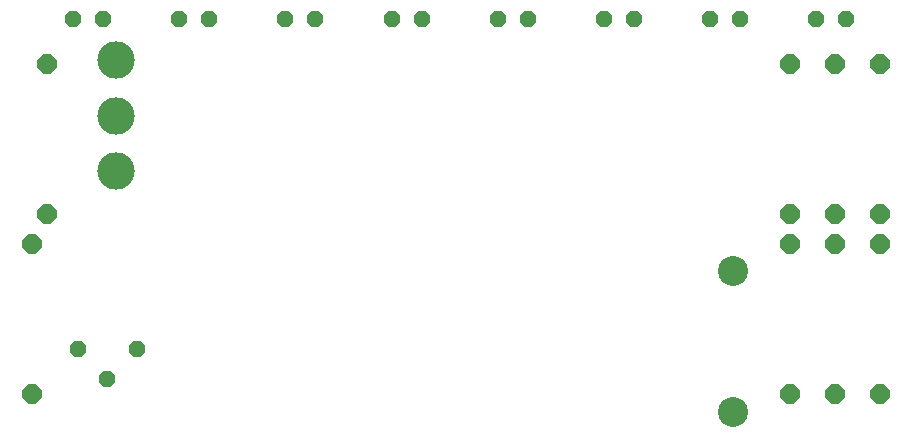
<source format=gbr>
G04 EAGLE Gerber X2 export*
%TF.Part,Single*%
%TF.FileFunction,Copper,L1,Top,Mixed*%
%TF.FilePolarity,Positive*%
%TF.GenerationSoftware,Autodesk,EAGLE,9.0.1*%
%TF.CreationDate,2020-01-09T19:49:54Z*%
G75*
%MOMM*%
%FSLAX34Y34*%
%LPD*%
%AMOC8*
5,1,8,0,0,1.08239X$1,22.5*%
G01*
%ADD10C,2.540000*%
%ADD11P,1.429621X8X202.500000*%
%ADD12P,1.785944X8X112.500000*%
%ADD13P,1.429621X8X22.500000*%
%ADD14C,3.175000*%


D10*
X624840Y73660D03*
X624840Y193040D03*
D11*
X721106Y406400D03*
X695706Y406400D03*
X631190Y406400D03*
X605790Y406400D03*
X541274Y406400D03*
X515874Y406400D03*
X451358Y406400D03*
X425958Y406400D03*
X361442Y406400D03*
X336042Y406400D03*
X271526Y406400D03*
X246126Y406400D03*
X181610Y406400D03*
X156210Y406400D03*
X91694Y406400D03*
X66294Y406400D03*
D12*
X749300Y241300D03*
X749300Y368300D03*
X711200Y241300D03*
X711200Y368300D03*
X673100Y241300D03*
X673100Y368300D03*
X673100Y88900D03*
X673100Y215900D03*
X711200Y88900D03*
X711200Y215900D03*
X749300Y88900D03*
X749300Y215900D03*
X31750Y88900D03*
X31750Y215900D03*
X44450Y241300D03*
X44450Y368300D03*
D13*
X120396Y127000D03*
X70104Y127000D03*
X95250Y101600D03*
D14*
X102870Y371094D03*
X102870Y324104D03*
X102870Y277114D03*
M02*

</source>
